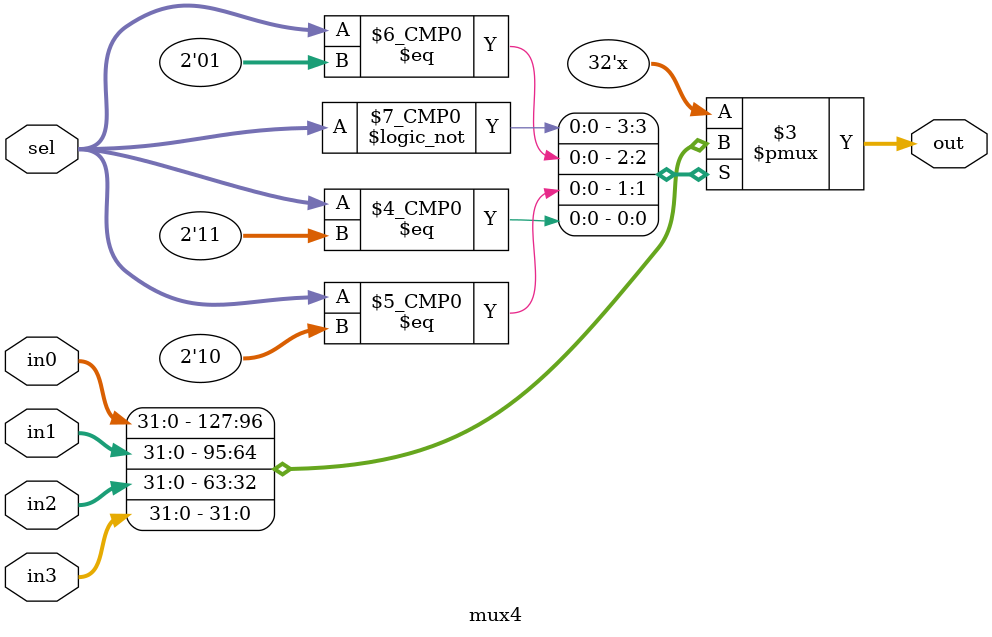
<source format=v>
`timescale 1ns / 1ps


module mux4(
    in0,
    in1,
    in2,
    in3,
    sel,
    out
    );
input [31:0] in0, in1, in2, in3;
input [1:0] sel;
output [31:0] out;

reg [31:0] out;

initial begin
    out <= 32'd0;
end

always @(*)
begin

case (sel)
    2'd0: out <= in0;
    2'd1: out <= in1;
    2'd2: out <= in2;
    2'd3: out <= in3;
endcase
end

endmodule

</source>
